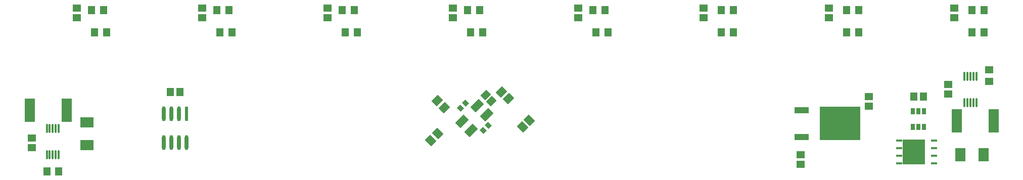
<source format=gbr>
%TF.GenerationSoftware,Altium Limited,Altium Designer,24.0.1 (36)*%
G04 Layer_Color=8421504*
%FSLAX45Y45*%
%MOMM*%
%TF.SameCoordinates,2C358838-E96C-4A59-A5A0-E9FE71613952*%
%TF.FilePolarity,Positive*%
%TF.FileFunction,Paste,Top*%
%TF.Part,Single*%
G01*
G75*
%TA.AperFunction,SMDPad,CuDef*%
%ADD10R,0.62213X2.46916*%
G04:AMPARAMS|DCode=11|XSize=2.46916mm|YSize=0.62213mm|CornerRadius=0.31107mm|HoleSize=0mm|Usage=FLASHONLY|Rotation=270.000|XOffset=0mm|YOffset=0mm|HoleType=Round|Shape=RoundedRectangle|*
%AMROUNDEDRECTD11*
21,1,2.46916,0.00000,0,0,270.0*
21,1,1.84702,0.62213,0,0,270.0*
1,1,0.62213,0.00000,-0.92351*
1,1,0.62213,0.00000,0.92351*
1,1,0.62213,0.00000,0.92351*
1,1,0.62213,0.00000,-0.92351*
%
%ADD11ROUNDEDRECTD11*%
%ADD12R,1.71550X2.18000*%
%ADD13R,1.30464X1.45620*%
G04:AMPARAMS|DCode=14|XSize=1.30464mm|YSize=1.4562mm|CornerRadius=0mm|HoleSize=0mm|Usage=FLASHONLY|Rotation=315.000|XOffset=0mm|YOffset=0mm|HoleType=Round|Shape=Rectangle|*
%AMROTATEDRECTD14*
4,1,4,-0.97610,-0.05359,0.05359,0.97610,0.97610,0.05359,-0.05359,-0.97610,-0.97610,-0.05359,0.0*
%
%ADD14ROTATEDRECTD14*%

G04:AMPARAMS|DCode=15|XSize=1.30464mm|YSize=1.4562mm|CornerRadius=0mm|HoleSize=0mm|Usage=FLASHONLY|Rotation=225.000|XOffset=0mm|YOffset=0mm|HoleType=Round|Shape=Rectangle|*
%AMROTATEDRECTD15*
4,1,4,-0.05359,0.97610,0.97610,-0.05359,0.05359,-0.97610,-0.97610,0.05359,-0.05359,0.97610,0.0*
%
%ADD15ROTATEDRECTD15*%

G04:AMPARAMS|DCode=16|XSize=1.35mm|YSize=1.1mm|CornerRadius=0mm|HoleSize=0mm|Usage=FLASHONLY|Rotation=225.000|XOffset=0mm|YOffset=0mm|HoleType=Round|Shape=Rectangle|*
%AMROTATEDRECTD16*
4,1,4,0.08839,0.86621,0.86621,0.08839,-0.08839,-0.86621,-0.86621,-0.08839,0.08839,0.86621,0.0*
%
%ADD16ROTATEDRECTD16*%

%ADD17R,1.45620X1.30464*%
%ADD18R,2.18000X1.71550*%
%ADD19R,1.20000X1.45000*%
%ADD20R,1.11760X0.45720*%
%ADD21R,1.80000X4.00000*%
G04:AMPARAMS|DCode=22|XSize=2mm|YSize=1.2mm|CornerRadius=0mm|HoleSize=0mm|Usage=FLASHONLY|Rotation=225.000|XOffset=0mm|YOffset=0mm|HoleType=Round|Shape=Rectangle|*
%AMROTATEDRECTD22*
4,1,4,0.28284,1.13137,1.13137,0.28284,-0.28284,-1.13137,-1.13137,-0.28284,0.28284,1.13137,0.0*
%
%ADD22ROTATEDRECTD22*%

G04:AMPARAMS|DCode=23|XSize=0.75mm|YSize=0.9mm|CornerRadius=0mm|HoleSize=0mm|Usage=FLASHONLY|Rotation=45.000|XOffset=0mm|YOffset=0mm|HoleType=Round|Shape=Rectangle|*
%AMROTATEDRECTD23*
4,1,4,0.05303,-0.58336,-0.58336,0.05303,-0.05303,0.58336,0.58336,-0.05303,0.05303,-0.58336,0.0*
%
%ADD23ROTATEDRECTD23*%

%ADD24R,2.40000X1.00000*%
%ADD25R,6.80000X5.55000*%
%ADD26R,1.45000X1.20000*%
G04:AMPARAMS|DCode=27|XSize=1.45mm|YSize=0.3mm|CornerRadius=0.0495mm|HoleSize=0mm|Usage=FLASHONLY|Rotation=270.000|XOffset=0mm|YOffset=0mm|HoleType=Round|Shape=RoundedRectangle|*
%AMROUNDEDRECTD27*
21,1,1.45000,0.20100,0,0,270.0*
21,1,1.35100,0.30000,0,0,270.0*
1,1,0.09900,-0.10050,-0.67550*
1,1,0.09900,-0.10050,0.67550*
1,1,0.09900,0.10050,0.67550*
1,1,0.09900,0.10050,-0.67550*
%
%ADD27ROUNDEDRECTD27*%
G04:AMPARAMS|DCode=28|XSize=1.1mm|YSize=0.6mm|CornerRadius=0.051mm|HoleSize=0mm|Usage=FLASHONLY|Rotation=270.000|XOffset=0mm|YOffset=0mm|HoleType=Round|Shape=RoundedRectangle|*
%AMROUNDEDRECTD28*
21,1,1.10000,0.49800,0,0,270.0*
21,1,0.99800,0.60000,0,0,270.0*
1,1,0.10200,-0.24900,-0.49900*
1,1,0.10200,-0.24900,0.49900*
1,1,0.10200,0.24900,0.49900*
1,1,0.10200,0.24900,-0.49900*
%
%ADD28ROUNDEDRECTD28*%
G36*
X18338780Y3354470D02*
Y2945530D01*
X18707080D01*
Y3354470D01*
X18338780D01*
D02*
G37*
D10*
X6340500Y3791360D02*
D03*
D11*
X6213500D02*
D03*
X6086500D02*
D03*
X5959500D02*
D03*
Y3308640D02*
D03*
X6086500D02*
D03*
X6213500D02*
D03*
X6340500D02*
D03*
D12*
X19306274Y3100000D02*
D03*
X19693726D02*
D03*
D13*
X6069422Y4150000D02*
D03*
X6230578D02*
D03*
X18686156Y4075000D02*
D03*
X18525000D02*
D03*
D14*
X11618023Y4156977D02*
D03*
X11731977Y4043023D02*
D03*
X10656977Y3893023D02*
D03*
X10543023Y4006977D02*
D03*
D15*
X12081977Y3681977D02*
D03*
X11968023Y3568023D02*
D03*
X10546977Y3456977D02*
D03*
X10433023Y3343023D02*
D03*
D16*
X11449498Y4000503D02*
D03*
X11350503Y4099498D02*
D03*
D17*
X4500000Y5555578D02*
D03*
Y5394422D02*
D03*
X19200000Y5555578D02*
D03*
Y5394422D02*
D03*
X17100000Y5555578D02*
D03*
Y5394422D02*
D03*
X15000000Y5555578D02*
D03*
Y5394422D02*
D03*
X12900000Y5555578D02*
D03*
Y5394422D02*
D03*
X10800000Y5555578D02*
D03*
Y5394422D02*
D03*
X8700000Y5555578D02*
D03*
Y5394422D02*
D03*
X6600000Y5555578D02*
D03*
Y5394422D02*
D03*
X17775000Y4080078D02*
D03*
Y3919922D02*
D03*
X16625000Y2944422D02*
D03*
Y3105578D02*
D03*
X19100000Y4119422D02*
D03*
Y4280578D02*
D03*
X3750000Y3219422D02*
D03*
Y3380578D02*
D03*
D18*
X4675000Y3650000D02*
D03*
Y3262550D02*
D03*
D19*
X4800000Y5150000D02*
D03*
X5000000D02*
D03*
X11100000D02*
D03*
X11300000D02*
D03*
X15500000D02*
D03*
X15300000D02*
D03*
X15500000Y5525000D02*
D03*
X15300000D02*
D03*
X13400000Y5150000D02*
D03*
X13200000D02*
D03*
X13350000Y5525000D02*
D03*
X13150000D02*
D03*
X11250000D02*
D03*
X11050000D02*
D03*
X9200000Y5150000D02*
D03*
X9000000D02*
D03*
X9150000Y5525000D02*
D03*
X8950000D02*
D03*
X7100000Y5150000D02*
D03*
X6900000D02*
D03*
X7050000Y5525000D02*
D03*
X6850000D02*
D03*
X4950000D02*
D03*
X4750000D02*
D03*
X19700000Y5150000D02*
D03*
X19500000D02*
D03*
X19700000Y5525000D02*
D03*
X19500000D02*
D03*
X17600000Y5150000D02*
D03*
X17400000D02*
D03*
X17600000Y5525000D02*
D03*
X17400000D02*
D03*
X4000000Y2825000D02*
D03*
X4200000D02*
D03*
D20*
X18867101Y2959500D02*
D03*
Y3086500D02*
D03*
Y3213500D02*
D03*
Y3340500D02*
D03*
X18282899D02*
D03*
Y3213500D02*
D03*
Y3086500D02*
D03*
Y2959500D02*
D03*
D21*
X19860001Y3675000D02*
D03*
X19239999D02*
D03*
X4335000Y3850000D02*
D03*
X3715000D02*
D03*
D22*
X11213033Y3928596D02*
D03*
X10951404Y3666967D02*
D03*
X11106967Y3511403D02*
D03*
X11368597Y3773033D02*
D03*
D23*
X11392426Y3592426D02*
D03*
X11307574Y3507574D02*
D03*
X10932574Y3882574D02*
D03*
X11017426Y3967426D02*
D03*
D24*
X16645000Y3853000D02*
D03*
Y3397000D02*
D03*
D25*
X17285001Y3625000D02*
D03*
D26*
X19789999Y4330000D02*
D03*
Y4530000D02*
D03*
D27*
X19575000Y3980000D02*
D03*
X19525000D02*
D03*
X19475000D02*
D03*
X19425000D02*
D03*
X19375000D02*
D03*
Y4420000D02*
D03*
X19425000D02*
D03*
X19475000D02*
D03*
X19525000D02*
D03*
X19575000D02*
D03*
X4000000Y3545000D02*
D03*
X4050000D02*
D03*
X4100000D02*
D03*
X4150000D02*
D03*
X4200000D02*
D03*
Y3105000D02*
D03*
X4150000D02*
D03*
X4100000D02*
D03*
X4050000D02*
D03*
X4000000D02*
D03*
D28*
X18695000Y3570000D02*
D03*
X18600000D02*
D03*
X18505000D02*
D03*
Y3830000D02*
D03*
X18600000D02*
D03*
X18695000D02*
D03*
%TF.MD5,52d40d480d2a050e780c974df51ca72b*%
M02*

</source>
